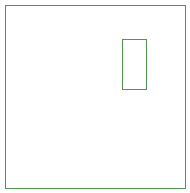
<source format=gbr>
G04 #@! TF.GenerationSoftware,KiCad,Pcbnew,(5.1.6)-1*
G04 #@! TF.CreationDate,2021-11-09T11:33:07-06:00*
G04 #@! TF.ProjectId,Pikatea handwire helpers,50696b61-7465-4612-9068-616e64776972,rev?*
G04 #@! TF.SameCoordinates,Original*
G04 #@! TF.FileFunction,Profile,NP*
%FSLAX46Y46*%
G04 Gerber Fmt 4.6, Leading zero omitted, Abs format (unit mm)*
G04 Created by KiCad (PCBNEW (5.1.6)-1) date 2021-11-09 11:33:07*
%MOMM*%
%LPD*%
G01*
G04 APERTURE LIST*
G04 #@! TA.AperFunction,Profile*
%ADD10C,0.100000*%
G04 #@! TD*
G04 APERTURE END LIST*
D10*
X149098000Y-91313000D02*
X149098000Y-95504000D01*
X151130000Y-91313000D02*
X149098000Y-91313000D01*
X151130000Y-95504000D02*
X151130000Y-91313000D01*
X149098000Y-95504000D02*
X151130000Y-95504000D01*
X154432000Y-103886000D02*
X154432000Y-88392000D01*
X139192000Y-103886000D02*
X154432000Y-103886000D01*
X139192000Y-88392000D02*
X139192000Y-103886000D01*
X154432000Y-88392000D02*
X139192000Y-88392000D01*
M02*

</source>
